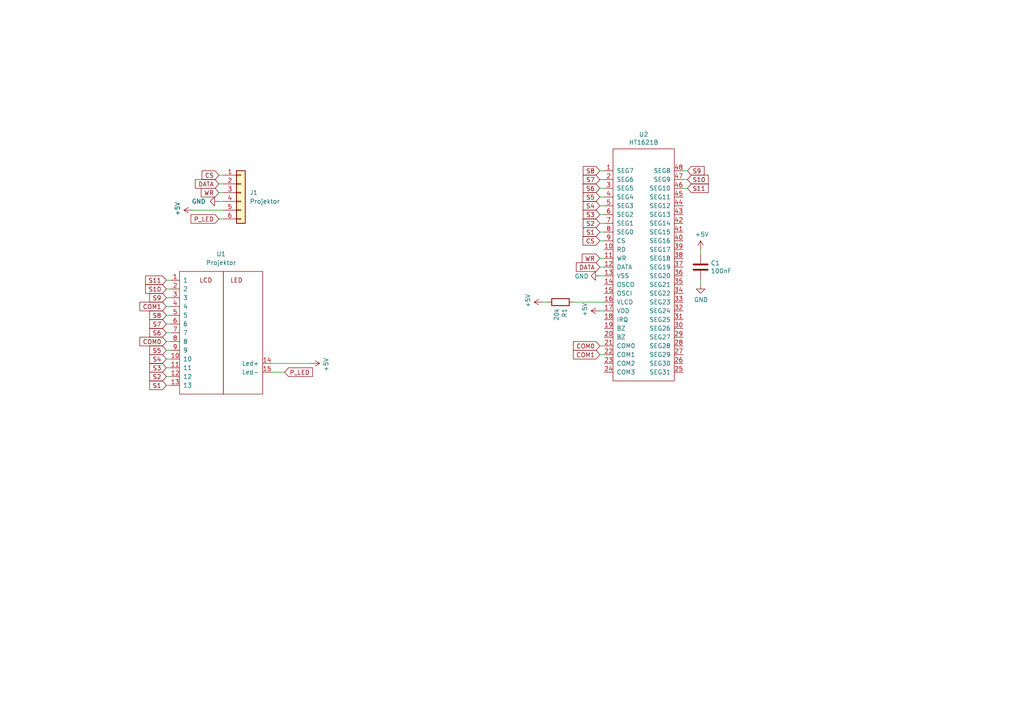
<source format=kicad_sch>
(kicad_sch (version 20250114) (generator "eeschema") (generator_version "9.0")
  (paper "A4")
  (lib_symbols
    (symbol "Connector_Generic:Conn_01x06" (pin_names (offset 1.016) (hide yes))
      (property "Reference" "J" (at 0 7.62 0))
      (property "Value" "Conn_01x06" (at 0 -10.16 0))
      (symbol "Conn_01x06_1_1"
        (rectangle (start -1.27 6.35) (end 1.27 -8.89) (stroke (width 0.254)) (fill (type background)))
        (rectangle (start -1.27 5.207) (end 0 4.953) (stroke (width 0.1524)))
        (rectangle (start -1.27 2.667) (end 0 2.413) (stroke (width 0.1524)))
        (rectangle (start -1.27 0.127) (end 0 -0.127) (stroke (width 0.1524)))
        (rectangle (start -1.27 -2.413) (end 0 -2.667) (stroke (width 0.1524)))
        (rectangle (start -1.27 -4.953) (end 0 -5.207) (stroke (width 0.1524)))
        (rectangle (start -1.27 -7.493) (end 0 -7.747) (stroke (width 0.1524)))
        (pin passive line (at -5.08 5.08 0) (length 3.81) (name "Pin_1") (number "1"))
        (pin passive line (at -5.08 2.54 0) (length 3.81) (name "Pin_2") (number "2"))
        (pin passive line (at -5.08 0 0) (length 3.81) (name "Pin_3") (number "3"))
        (pin passive line (at -5.08 -2.54 0) (length 3.81) (name "Pin_4") (number "4"))
        (pin passive line (at -5.08 -5.08 0) (length 3.81) (name "Pin_5") (number "5"))
        (pin passive line (at -5.08 -7.62 0) (length 3.81) (name "Pin_6") (number "6"))
      )
    )
    (symbol "Device:C" (pin_numbers (hide yes)) (pin_names (offset 0.254))
      (property "Reference" "C" (at 0.635 2.54 0))
      (property "Value" "C" (at 0.635 -2.54 0))
      (symbol "C_0_1"
        (polyline (pts (xy -2.032 0.762) (xy 2.032 0.762)) (stroke (width 0.508)))
        (polyline (pts (xy -2.032 -0.762) (xy 2.032 -0.762)) (stroke (width 0.508)))
      )
      (symbol "C_1_1"
        (pin passive line (at 0 3.81 270) (length 2.794) (name "~") (number "1"))
        (pin passive line (at 0 -3.81 90) (length 2.794) (name "~") (number "2"))
      )
    )
    (symbol "HT1621B:HT1621B" (pin_names (offset 1.016))
      (property "Reference" "U" (at -7.62 -34.29 0))
      (property "Value" "HT1621B" (at 0 31.75 0))
      (symbol "HT1621B_0_1"
        (rectangle (start 8.89 -33.02) (end -8.89 34.29))
      )
      (symbol "HT1621B_1_1"
        (pin input line (at -11.43 27.94 0) (length 2.54) (name "SEG7") (number "1"))
        (pin input line (at -11.43 25.4 0) (length 2.54) (name "SEG6") (number "2"))
        (pin input line (at -11.43 22.86 0) (length 2.54) (name "SEG5") (number "3"))
        (pin input line (at -11.43 20.32 0) (length 2.54) (name "SEG4") (number "4"))
        (pin input line (at -11.43 17.78 0) (length 2.54) (name "SEG3") (number "5"))
        (pin input line (at -11.43 15.24 0) (length 2.54) (name "SEG2") (number "6"))
        (pin input line (at -11.43 12.7 0) (length 2.54) (name "SEG1") (number "7"))
        (pin input line (at -11.43 10.16 0) (length 2.54) (name "SEG0") (number "8"))
        (pin input line (at -11.43 7.62 0) (length 2.54) (name "CS") (number "9"))
        (pin input line (at -11.43 5.08 0) (length 2.54) (name "RD") (number "10"))
        (pin input line (at -11.43 2.54 0) (length 2.54) (name "WR") (number "11"))
        (pin input line (at -11.43 0 0) (length 2.54) (name "DATA") (number "12"))
        (pin input line (at -11.43 -2.54 0) (length 2.54) (name "VSS") (number "13"))
        (pin input line (at -11.43 -5.08 0) (length 2.54) (name "OSCO") (number "14"))
        (pin input line (at -11.43 -7.62 0) (length 2.54) (name "OSCI") (number "15"))
        (pin input line (at -11.43 -10.16 0) (length 2.54) (name "VLCD") (number "16"))
        (pin input line (at -11.43 -12.7 0) (length 2.54) (name "VDD") (number "17"))
        (pin input line (at -11.43 -15.24 0) (length 2.54) (name "IRQ") (number "18"))
        (pin input line (at -11.43 -17.78 0) (length 2.54) (name "BZ") (number "19"))
        (pin input line (at -11.43 -20.32 0) (length 2.54) (name "BZ") (number "20"))
        (pin input line (at -11.43 -22.86 0) (length 2.54) (name "COM0") (number "21"))
        (pin input line (at -11.43 -25.4 0) (length 2.54) (name "COM1") (number "22"))
        (pin input line (at -11.43 -27.94 0) (length 2.54) (name "COM2") (number "23"))
        (pin input line (at -11.43 -30.48 0) (length 2.54) (name "COM3") (number "24"))
        (pin input line (at 11.43 27.94 180) (length 2.54) (name "SEG8") (number "48"))
        (pin input line (at 11.43 25.4 180) (length 2.54) (name "SEG9") (number "47"))
        (pin input line (at 11.43 22.86 180) (length 2.54) (name "SEG10") (number "46"))
        (pin input line (at 11.43 20.32 180) (length 2.54) (name "SEG11") (number "45"))
        (pin input line (at 11.43 17.78 180) (length 2.54) (name "SEG12") (number "44"))
        (pin input line (at 11.43 15.24 180) (length 2.54) (name "SEG13") (number "43"))
        (pin input line (at 11.43 12.7 180) (length 2.54) (name "SEG14") (number "42"))
        (pin input line (at 11.43 10.16 180) (length 2.54) (name "SEG15") (number "41"))
        (pin input line (at 11.43 7.62 180) (length 2.54) (name "SEG16") (number "40"))
        (pin input line (at 11.43 5.08 180) (length 2.54) (name "SEG17") (number "39"))
        (pin input line (at 11.43 2.54 180) (length 2.54) (name "SEG18") (number "38"))
        (pin input line (at 11.43 0 180) (length 2.54) (name "SEG19") (number "37"))
        (pin input line (at 11.43 -2.54 180) (length 2.54) (name "SEG20") (number "36"))
        (pin input line (at 11.43 -5.08 180) (length 2.54) (name "SEG21") (number "35"))
        (pin input line (at 11.43 -7.62 180) (length 2.54) (name "SEG22") (number "34"))
        (pin input line (at 11.43 -10.16 180) (length 2.54) (name "SEG23") (number "33"))
        (pin input line (at 11.43 -12.7 180) (length 2.54) (name "SEG24") (number "32"))
        (pin input line (at 11.43 -15.24 180) (length 2.54) (name "SEG25") (number "31"))
        (pin input line (at 11.43 -17.78 180) (length 2.54) (name "SEG26") (number "30"))
        (pin input line (at 11.43 -20.32 180) (length 2.54) (name "SEG27") (number "29"))
        (pin input line (at 11.43 -22.86 180) (length 2.54) (name "SEG28") (number "28"))
        (pin input line (at 11.43 -25.4 180) (length 2.54) (name "SEG29") (number "27"))
        (pin input line (at 11.43 -27.94 180) (length 2.54) (name "SEG30") (number "26"))
        (pin input line (at 11.43 -30.48 180) (length 2.54) (name "SEG31") (number "25"))
      )
    )
    (symbol "Projektor-Board-rescue:+5V-power-J-Clock-rescue" (power) (pin_names (offset 0))
      (property "Value" "+5V-power-J-Clock-rescue" (at 0 3.556 0))
      (symbol "+5V-power-J-Clock-rescue_0_1"
        (polyline (pts (xy -0.762 1.27) (xy 0 2.54)))
        (polyline (pts (xy 0 2.54) (xy 0.762 1.27)))
        (polyline (pts (xy 0 0) (xy 0 2.54)))
      )
      (symbol "+5V-power-J-Clock-rescue_1_1"
        (pin power_in line (at 0 0 90) (length 0) (hide yes) (name "+5V") (number "1"))
      )
    )
    (symbol "Projektor-Board-rescue:GND-power-J-Clock-rescue" (power) (pin_names (offset 0))
      (property "Value" "GND-power-J-Clock-rescue" (at 0 -3.81 0))
      (symbol "GND-power-J-Clock-rescue_0_1"
        (polyline (pts (xy 0 0) (xy 0 -1.27) (xy 1.27 -1.27) (xy 0 -2.54) (xy -1.27 -1.27) (xy 0 -1.27)))
      )
      (symbol "GND-power-J-Clock-rescue_1_1"
        (pin power_in line (at 0 0 270) (length 0) (hide yes) (name "GND") (number "1"))
      )
    )
    (symbol "Projektor-Board-rescue:R-Device-J-Clock-rescue" (pin_numbers (hide yes)) (pin_names (offset 0))
      (property "Reference" "R" (at 2.032 0 90))
      (property "Value" "R-Device-J-Clock-rescue" (at 0 0 90))
      (symbol "R-Device-J-Clock-rescue_0_1"
        (rectangle (start -1.016 -2.54) (end 1.016 2.54) (stroke (width 0.254)))
      )
      (symbol "R-Device-J-Clock-rescue_1_1"
        (pin passive line (at 0 3.81 270) (length 1.27) (name "~") (number "1"))
        (pin passive line (at 0 -3.81 90) (length 1.27) (name "~") (number "2"))
      )
    )
    (symbol "Projektor:Projektor" (pin_names (offset 1.016))
      (property "Reference" "U" (at -6.35 -15.24 0))
      (property "Value" "Projektor" (at 2.54 22.86 0))
      (symbol "Projektor_0_0"
        (rectangle (start 7.62 21.59) (end 19.05 -13.97))
        (text "LCD" (at 2.54 19.05 0) (effects (font (size 1.27 1.27))))
        (text "LED" (at 11.43 19.05 0) (effects (font (size 1.27 1.27))))
      )
      (symbol "Projektor_0_1"
        (rectangle (start -5.08 21.59) (end 7.62 -13.97))
      )
      (symbol "Projektor_1_1"
        (pin input line (at -7.62 19.05 0) (length 2.54) (name "1") (number "1"))
        (pin input line (at -7.62 16.51 0) (length 2.54) (name "2") (number "2"))
        (pin input line (at -7.62 13.97 0) (length 2.54) (name "3") (number "3"))
        (pin input line (at -7.62 11.43 0) (length 2.54) (name "4") (number "4"))
        (pin input line (at -7.62 8.89 0) (length 2.54) (name "5") (number "5"))
        (pin input line (at -7.62 6.35 0) (length 2.54) (name "6") (number "6"))
        (pin input line (at -7.62 3.81 0) (length 2.54) (name "7") (number "7"))
        (pin input line (at -7.62 1.27 0) (length 2.54) (name "8") (number "8"))
        (pin input line (at -7.62 -1.27 0) (length 2.54) (name "9") (number "9"))
        (pin input line (at -7.62 -3.81 0) (length 2.54) (name "10") (number "10"))
        (pin input line (at -7.62 -6.35 0) (length 2.54) (name "11") (number "11"))
        (pin input line (at -7.62 -8.89 0) (length 2.54) (name "12") (number "12"))
        (pin input line (at -7.62 -11.43 0) (length 2.54) (name "13") (number "13"))
        (pin input line (at 21.59 -5.08 180) (length 2.54) (name "Led+") (number "14"))
        (pin input line (at 21.59 -7.62 180) (length 2.54) (name "Led-") (number "15"))
      )
    )
    (symbol "power:GND" (power) (pin_names (offset 0))
      (property "Value" "GND" (at 0 -3.81 0))
      (symbol "GND_0_1"
        (polyline (pts (xy 0 0) (xy 0 -1.27) (xy 1.27 -1.27) (xy 0 -2.54) (xy -1.27 -1.27) (xy 0 -1.27)))
      )
      (symbol "GND_1_1"
        (pin power_in line (at 0 0 270) (length 0) (hide yes) (name "GND") (number "1"))
      )
    )
  )
  (wire (pts (xy 175.26 80.01) (xy 173.99 80.01)))
  (wire (pts (xy 64.77 55.88) (xy 63.5 55.88)))
  (wire (pts (xy 199.39 49.53) (xy 198.12 49.53)))
  (wire (pts (xy 49.53 106.68) (xy 48.26 106.68)))
  (wire (pts (xy 175.26 102.87) (xy 173.99 102.87)))
  (wire (pts (xy 49.53 101.6) (xy 48.26 101.6)))
  (wire (pts (xy 198.12 52.07) (xy 199.39 52.07)))
  (wire (pts (xy 173.99 59.69) (xy 175.26 59.69)))
  (wire (pts (xy 48.26 104.14) (xy 49.53 104.14)))
  (wire (pts (xy 48.26 83.82) (xy 49.53 83.82)))
  (wire (pts (xy 48.26 99.06) (xy 49.53 99.06)))
  (wire (pts (xy 64.77 60.96) (xy 55.88 60.96)))
  (wire (pts (xy 175.26 49.53) (xy 173.99 49.53)))
  (wire (pts (xy 48.26 109.22) (xy 49.53 109.22)))
  (wire (pts (xy 175.26 87.63) (xy 166.37 87.63)))
  (wire (pts (xy 48.26 93.98) (xy 49.53 93.98)))
  (wire (pts (xy 175.26 69.85) (xy 173.99 69.85)))
  (wire (pts (xy 203.2 73.66) (xy 203.2 72.39)))
  (wire (pts (xy 49.53 81.28) (xy 48.26 81.28)))
  (wire (pts (xy 63.5 58.42) (xy 64.77 58.42)))
  (wire (pts (xy 203.2 82.55) (xy 203.2 81.28)))
  (wire (pts (xy 173.99 77.47) (xy 175.26 77.47)))
  (wire (pts (xy 175.26 57.15) (xy 173.99 57.15)))
  (wire (pts (xy 158.75 87.63) (xy 157.48 87.63)))
  (wire (pts (xy 48.26 88.9) (xy 49.53 88.9)))
  (wire (pts (xy 64.77 63.5) (xy 63.5 63.5)))
  (wire (pts (xy 49.53 96.52) (xy 48.26 96.52)))
  (wire (pts (xy 175.26 100.33) (xy 173.99 100.33)))
  (wire (pts (xy 175.26 67.31) (xy 173.99 67.31)))
  (wire (pts (xy 78.74 105.41) (xy 90.17 105.41)))
  (wire (pts (xy 49.53 111.76) (xy 48.26 111.76)))
  (wire (pts (xy 173.99 64.77) (xy 175.26 64.77)))
  (wire (pts (xy 49.53 91.44) (xy 48.26 91.44)))
  (wire (pts (xy 64.77 50.8) (xy 63.5 50.8)))
  (wire (pts (xy 175.26 54.61) (xy 173.99 54.61)))
  (wire (pts (xy 175.26 74.93) (xy 173.99 74.93)))
  (wire (pts (xy 78.74 107.95) (xy 82.55 107.95)))
  (wire (pts (xy 64.77 53.34) (xy 63.5 53.34)))
  (wire (pts (xy 175.26 90.17) (xy 173.99 90.17)))
  (wire (pts (xy 199.39 54.61) (xy 198.12 54.61)))
  (wire (pts (xy 175.26 62.23) (xy 173.99 62.23)))
  (wire (pts (xy 49.53 86.36) (xy 48.26 86.36)))
  (wire (pts (xy 173.99 52.07) (xy 175.26 52.07)))
  (global_label "DATA" (shape input) (at 173.99 77.47 180) (property "Intersheetrefs" "${INTERSHEET_REFS}" (effects (hide yes))))
  (global_label "S3" (shape input) (at 48.26 106.68 180) (property "Intersheetrefs" "${INTERSHEET_REFS}" (effects (hide yes))))
  (global_label "S6" (shape input) (at 48.26 96.52 180) (property "Intersheetrefs" "${INTERSHEET_REFS}" (effects (hide yes))))
  (global_label "COM1" (shape input) (at 48.26 88.9 180) (property "Intersheetrefs" "${INTERSHEET_REFS}" (effects (hide yes))))
  (global_label "S2" (shape input) (at 173.99 64.77 180) (property "Intersheetrefs" "${INTERSHEET_REFS}" (effects (hide yes))))
  (global_label "S8" (shape input) (at 173.99 49.53 180) (property "Intersheetrefs" "${INTERSHEET_REFS}" (effects (hide yes))))
  (global_label "S11" (shape input) (at 48.26 81.28 180) (property "Intersheetrefs" "${INTERSHEET_REFS}" (effects (hide yes))))
  (global_label "COM1" (shape input) (at 173.99 102.87 180) (property "Intersheetrefs" "${INTERSHEET_REFS}" (effects (hide yes))))
  (global_label "S6" (shape input) (at 173.99 54.61 180) (property "Intersheetrefs" "${INTERSHEET_REFS}" (effects (hide yes))))
  (global_label "CS" (shape input) (at 63.5 50.8 180) (property "Intersheetrefs" "${INTERSHEET_REFS}" (effects (hide yes))))
  (global_label "S5" (shape input) (at 48.26 101.6 180) (property "Intersheetrefs" "${INTERSHEET_REFS}" (effects (hide yes))))
  (global_label "S11" (shape input) (at 199.39 54.61 0) (property "Intersheetrefs" "${INTERSHEET_REFS}" (effects (hide yes))))
  (global_label "P_LED" (shape input) (at 63.5 63.5 180) (property "Intersheetrefs" "${INTERSHEET_REFS}" (effects (hide yes))))
  (global_label "S2" (shape input) (at 48.26 109.22 180) (property "Intersheetrefs" "${INTERSHEET_REFS}" (effects (hide yes))))
  (global_label "S1" (shape input) (at 48.26 111.76 180) (property "Intersheetrefs" "${INTERSHEET_REFS}" (effects (hide yes))))
  (global_label "CS" (shape input) (at 173.99 69.85 180) (property "Intersheetrefs" "${INTERSHEET_REFS}" (effects (hide yes))))
  (global_label "COM0" (shape input) (at 48.26 99.06 180) (property "Intersheetrefs" "${INTERSHEET_REFS}" (effects (hide yes))))
  (global_label "S7" (shape input) (at 48.26 93.98 180) (property "Intersheetrefs" "${INTERSHEET_REFS}" (effects (hide yes))))
  (global_label "S4" (shape input) (at 48.26 104.14 180) (property "Intersheetrefs" "${INTERSHEET_REFS}" (effects (hide yes))))
  (global_label "S10" (shape input) (at 199.39 52.07 0) (property "Intersheetrefs" "${INTERSHEET_REFS}" (effects (hide yes))))
  (global_label "WR" (shape input) (at 173.99 74.93 180) (property "Intersheetrefs" "${INTERSHEET_REFS}" (effects (hide yes))))
  (global_label "S8" (shape input) (at 48.26 91.44 180) (property "Intersheetrefs" "${INTERSHEET_REFS}" (effects (hide yes))))
  (global_label "S4" (shape input) (at 173.99 59.69 180) (property "Intersheetrefs" "${INTERSHEET_REFS}" (effects (hide yes))))
  (global_label "S9" (shape input) (at 48.26 86.36 180) (property "Intersheetrefs" "${INTERSHEET_REFS}" (effects (hide yes))))
  (global_label "S9" (shape input) (at 199.39 49.53 0) (property "Intersheetrefs" "${INTERSHEET_REFS}" (effects (hide yes))))
  (global_label "WR" (shape input) (at 63.5 55.88 180) (property "Intersheetrefs" "${INTERSHEET_REFS}" (effects (hide yes))))
  (global_label "P_LED" (shape input) (at 82.55 107.95 0) (property "Intersheetrefs" "${INTERSHEET_REFS}" (effects (hide yes))))
  (global_label "S5" (shape input) (at 173.99 57.15 180) (property "Intersheetrefs" "${INTERSHEET_REFS}" (effects (hide yes))))
  (global_label "COM0" (shape input) (at 173.99 100.33 180) (property "Intersheetrefs" "${INTERSHEET_REFS}" (effects (hide yes))))
  (global_label "S1" (shape input) (at 173.99 67.31 180) (property "Intersheetrefs" "${INTERSHEET_REFS}" (effects (hide yes))))
  (global_label "S10" (shape input) (at 48.26 83.82 180) (property "Intersheetrefs" "${INTERSHEET_REFS}" (effects (hide yes))))
  (global_label "S7" (shape input) (at 173.99 52.07 180) (property "Intersheetrefs" "${INTERSHEET_REFS}" (effects (hide yes))))
  (global_label "S3" (shape input) (at 173.99 62.23 180) (property "Intersheetrefs" "${INTERSHEET_REFS}" (effects (hide yes))))
  (global_label "DATA" (shape input) (at 63.5 53.34 180) (property "Intersheetrefs" "${INTERSHEET_REFS}" (effects (hide yes))))
  (symbol (lib_id "Projektor-Board-rescue:+5V-power-J-Clock-rescue") (at 90.17 105.41 270) (unit 1)
    (property "Reference" "#PWR03" (effects (hide yes)))
    (property "Value" "+5V" (at 94.5642 105.791 0))
  )
  (symbol (lib_id "power:GND") (at 173.99 80.01 270) (unit 1)
    (property "Reference" "#PWR05" (effects (hide yes)))
    (property "Value" "GND" (at 170.7388 80.137 90) (effects (justify right)))
  )
  (symbol (lib_id "Projektor-Board-rescue:+5V-power-J-Clock-rescue") (at 173.99 90.17 90) (unit 1)
    (property "Reference" "#PWR06" (effects (hide yes)))
    (property "Value" "+5V" (at 169.5958 89.789 0))
  )
  (symbol (lib_id "power:GND") (at 203.2 82.55 0) (unit 1)
    (property "Reference" "#PWR08" (effects (hide yes)))
    (property "Value" "GND" (at 203.327 86.9442 0))
  )
  (symbol (lib_id "Projektor-Board-rescue:R-Device-J-Clock-rescue") (at 162.56 87.63 90) (unit 1)
    (property "Reference" "R1" (at 163.7284 89.408 0) (effects (justify right)))
    (property "Value" "20k" (at 161.417 89.408 0) (effects (justify right)))
    (property "Footprint" "Resistor_SMD:R_0603_1608Metric" (effects (hide yes)))
  )
  (symbol (lib_id "Projektor:Projektor") (at 57.15 100.33 0) (unit 1)
    (property "Reference" "U1" (at 64.135 73.66 0))
    (property "Value" "Projektor" (at 64.135 76.2 0))
    (property "Footprint" "Library:Projektor_Controlliert" (effects (hide yes)))
  )
  (symbol (lib_id "Connector_Generic:Conn_01x06") (at 69.85 55.88 0) (unit 1)
    (property "Reference" "J1" (at 72.39 55.88 0) (effects (justify left)))
    (property "Value" "Projektor" (at 72.39 58.42 0) (effects (justify left)))
    (property "Footprint" "Library:Molex_PicoBlade_53047-0610_1x06_P1.25mm_Vertical" (effects (hide yes)))
  )
  (symbol (lib_id "Projektor-Board-rescue:+5V-power-J-Clock-rescue") (at 203.2 72.39 0) (unit 1)
    (property "Reference" "#PWR07" (effects (hide yes)))
    (property "Value" "+5V" (at 203.581 67.9958 0))
  )
  (symbol (lib_id "Projektor-Board-rescue:+5V-power-J-Clock-rescue") (at 55.88 60.96 90) (unit 1)
    (property "Reference" "#PWR01" (effects (hide yes)))
    (property "Value" "+5V" (at 51.4858 60.579 0))
  )
  (symbol (lib_id "Projektor-Board-rescue:GND-power-J-Clock-rescue") (at 63.5 58.42 270) (unit 1)
    (property "Reference" "#PWR02" (effects (hide yes)))
    (property "Value" "GND" (at 59.69 58.42 90) (effects (justify right)))
  )
  (symbol (lib_id "HT1621B:HT1621B") (at 186.69 77.47 0) (unit 1)
    (property "Reference" "U2" (at 186.69 38.989 0))
    (property "Value" "HT1621B" (at 186.69 41.3004 0))
    (property "Footprint" "Package_SO:SSOP-48_7.5x15.9mm_P0.635mm" (effects (hide yes)))
  )
  (symbol (lib_id "Projektor-Board-rescue:+5V-power-J-Clock-rescue") (at 157.48 87.63 90) (unit 1)
    (property "Reference" "#PWR04" (effects (hide yes)))
    (property "Value" "+5V" (at 153.0858 87.249 0))
  )
  (symbol (lib_id "Device:C") (at 203.2 77.47 0) (unit 1)
    (property "Reference" "C1" (at 206.121 76.3016 0) (effects (justify left)))
    (property "Value" "100nF" (at 206.121 78.613 0) (effects (justify left)))
    (property "Footprint" "Capacitor_SMD:C_0603_1608Metric" (effects (hide yes)))
  )
)
</source>
